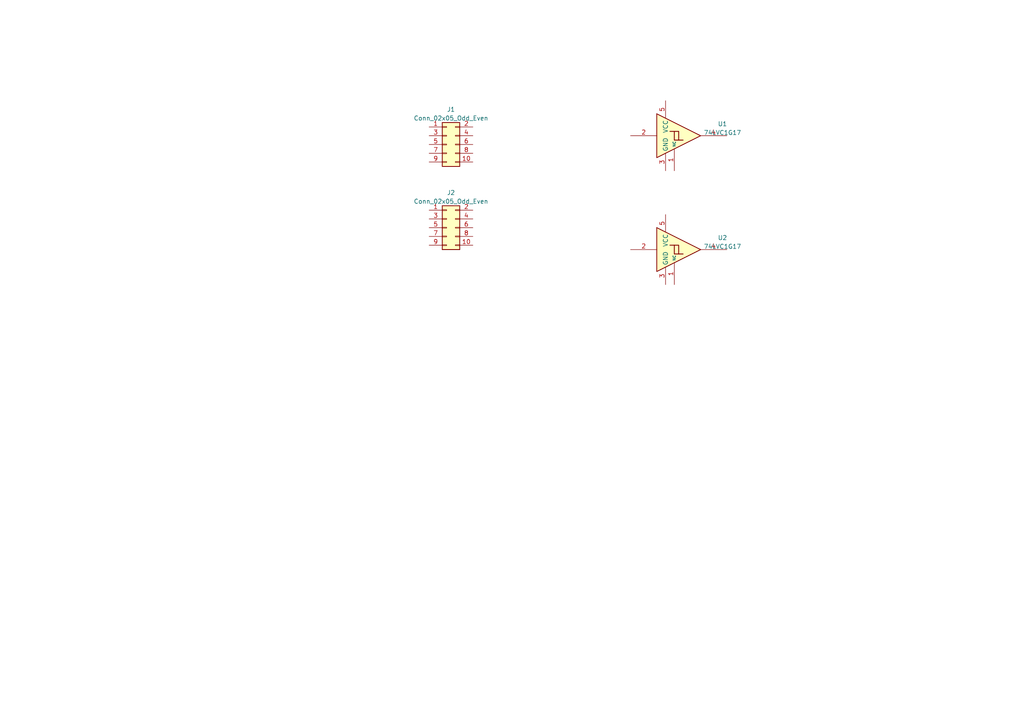
<source format=kicad_sch>
(kicad_sch (version 20230121) (generator eeschema)
  (paper "A4")
  (lib_symbols
    (symbol "74xGxx:74LVC1G17"
      (property "Reference" "U" (at 2.54 7.62 0))
      (property "Value" "74LVC1G17" (at 5.08 -7.62 0))
      (symbol "74LVC1G17_0_1"
        (polyline (pts (xy -2.54 1.27) (xy -1.27 1.27) (xy -1.27 -1.27)) (stroke (width 0.254)) (fill (type background)))
        (polyline (pts (xy -7.62 6.35) (xy -7.62 -6.35) (xy 5.08 0) (xy -7.62 6.35)) (stroke (width 0.254)) (fill (type background)))
        (polyline (pts (xy -3.81 1.27) (xy -2.54 1.27) (xy -2.54 -1.27) (xy 0 -1.27)) (stroke (width 0.254)) (fill (type background)))
      )
      (symbol "74LVC1G17_1_1"
        (pin free line (at -2.54 -10.16 90) (length 6.35) (name "NC") (number "1"))
        (pin input line (at -15.24 0 0) (length 7.62) (name "~") (number "2"))
        (pin power_in line (at -5.08 -10.16 90) (length 5.08) (name "GND") (number "3"))
        (pin output line (at 12.7 0 180) (length 7.62) (name "~") (number "4"))
        (pin power_in line (at -5.08 10.16 270) (length 5.08) (name "VCC") (number "5"))
      )
    )
    (symbol "Connector_Generic:Conn_02x05_Odd_Even" (pin_names (offset 1.016) hide)
      (property "Reference" "J" (at 1.27 7.62 0))
      (property "Value" "Conn_02x05_Odd_Even" (at 1.27 -7.62 0))
      (symbol "Conn_02x05_Odd_Even_1_1"
        (rectangle (start -1.27 -4.953) (end 0 -5.207) (stroke (width 0.1524)))
        (rectangle (start -1.27 -2.413) (end 0 -2.667) (stroke (width 0.1524)))
        (rectangle (start -1.27 0.127) (end 0 -0.127) (stroke (width 0.1524)))
        (rectangle (start -1.27 2.667) (end 0 2.413) (stroke (width 0.1524)))
        (rectangle (start -1.27 5.207) (end 0 4.953) (stroke (width 0.1524)))
        (rectangle (start -1.27 6.35) (end 3.81 -6.35) (stroke (width 0.254)) (fill (type background)))
        (rectangle (start 3.81 -4.953) (end 2.54 -5.207) (stroke (width 0.1524)))
        (rectangle (start 3.81 -2.413) (end 2.54 -2.667) (stroke (width 0.1524)))
        (rectangle (start 3.81 0.127) (end 2.54 -0.127) (stroke (width 0.1524)))
        (rectangle (start 3.81 2.667) (end 2.54 2.413) (stroke (width 0.1524)))
        (rectangle (start 3.81 5.207) (end 2.54 4.953) (stroke (width 0.1524)))
        (pin passive line (at -5.08 5.08 0) (length 3.81) (name "Pin_1") (number "1"))
        (pin passive line (at 7.62 -5.08 180) (length 3.81) (name "Pin_10") (number "10"))
        (pin passive line (at 7.62 5.08 180) (length 3.81) (name "Pin_2") (number "2"))
        (pin passive line (at -5.08 2.54 0) (length 3.81) (name "Pin_3") (number "3"))
        (pin passive line (at 7.62 2.54 180) (length 3.81) (name "Pin_4") (number "4"))
        (pin passive line (at -5.08 0 0) (length 3.81) (name "Pin_5") (number "5"))
        (pin passive line (at 7.62 0 180) (length 3.81) (name "Pin_6") (number "6"))
        (pin passive line (at -5.08 -2.54 0) (length 3.81) (name "Pin_7") (number "7"))
        (pin passive line (at 7.62 -2.54 180) (length 3.81) (name "Pin_8") (number "8"))
        (pin passive line (at -5.08 -5.08 0) (length 3.81) (name "Pin_9") (number "9"))
      )
    )
  )
  (symbol (lib_id "74xGxx:74LVC1G17") (at 198.12 39.37 0) (unit 1)
    (property "Reference" "U1" (at 209.55 35.9411 0))
    (property "Value" "74LVC1G17" (at 209.55 38.4811 0))
    (property "Datasheet" "https://www.ti.com/lit/ds/symlink/sn74lvc1g17.pdf" (effects hide))
  )
  (symbol (lib_id "Connector_Generic:Conn_02x05_Odd_Even") (at 129.54 66.04 0) (unit 1)
    (property "Reference" "J2" (at 130.81 55.88 0))
    (property "Value" "Conn_02x05_Odd_Even" (at 130.81 58.42 0))
  )
  (symbol (lib_id "Connector_Generic:Conn_02x05_Odd_Even") (at 129.54 41.91 0) (unit 1)
    (property "Reference" "J1" (at 130.81 31.75 0))
    (property "Value" "Conn_02x05_Odd_Even" (at 130.81 34.29 0))
  )
  (symbol (lib_id "74xGxx:74LVC1G17") (at 198.12 72.39 0) (unit 1)
    (property "Reference" "U2" (at 209.55 68.9611 0))
    (property "Value" "74LVC1G17" (at 209.55 71.5011 0))
    (property "Datasheet" "https://www.ti.com/lit/ds/symlink/sn74lvc1g17.pdf" (effects hide))
  )
)
</source>
